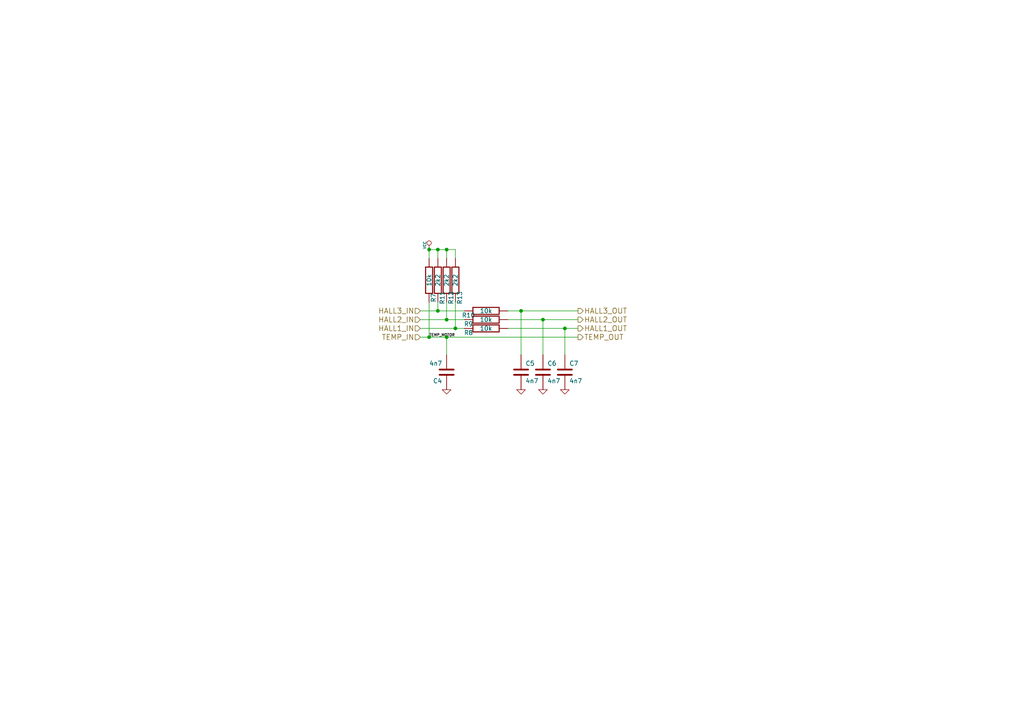
<source format=kicad_sch>
(kicad_sch (version 20230121) (generator eeschema)
  (paper "A4")
  (title_block (title "BLDC Driver 4.11") (date "21 aug 2015") (rev "4.12") (company "Benjamin Vedder"))
  (lib_symbols
    (symbol "BLDC_4-rescue:C-RESCUE-BLDC_4" (pin_numbers hide) (pin_names (offset 0.254))
      (property "Reference" "C" (at 0 2.54 0))
      (property "Value" "C-RESCUE-BLDC_4" (at 0.1524 -2.159 0))
      (symbol "C-RESCUE-BLDC_4_0_1"
        (polyline (pts (xy -2.032 -0.762) (xy 2.032 -0.762)) (stroke (width 0.508)))
        (polyline (pts (xy -2.032 0.762) (xy 2.032 0.762)) (stroke (width 0.508)))
      )
      (symbol "C-RESCUE-BLDC_4_1_1"
        (pin passive line (at 0 5.08 270) (length 4.318) (name "~") (number "1"))
        (pin passive line (at 0 -5.08 90) (length 4.318) (name "~") (number "2"))
      )
    )
    (symbol "BLDC_4-rescue:GND-RESCUE-BLDC_4" (power) (pin_names (offset 0))
      (symbol "GND-RESCUE-BLDC_4_0_1"
        (polyline (pts (xy -1.27 0) (xy 0 -1.27) (xy 1.27 0) (xy -1.27 0)))
      )
      (symbol "GND-RESCUE-BLDC_4_1_1"
        (pin power_in line (at 0 0 90) (length 0) hide (name "GND") (number "1"))
      )
    )
    (symbol "BLDC_4-rescue:R-RESCUE-BLDC_4" (pin_numbers hide) (pin_names (offset 0))
      (property "Reference" "R" (at 2.032 0 90))
      (property "Value" "R-RESCUE-BLDC_4" (at 0.1778 0.0254 90))
      (symbol "R-RESCUE-BLDC_4_0_1"
        (rectangle (start -1.016 3.81) (end 1.016 -3.81) (stroke (width 0.3048)))
      )
      (symbol "R-RESCUE-BLDC_4_1_1"
        (pin passive line (at 0 6.35 270) (length 2.54) (name "~") (number "1"))
        (pin passive line (at 0 -6.35 90) (length 2.54) (name "~") (number "2"))
      )
    )
    (symbol "BLDC_4-rescue:VCC" (power) (pin_names (offset 0))
      (property "Value" "VCC" (at 0 3.81 0))
      (symbol "VCC_0_1"
        (polyline (pts (xy 0 0) (xy 0 1.27)))
        (circle (center 0 1.905) (radius 0.635))
      )
      (symbol "VCC_1_1"
        (pin power_in line (at 0 0 90) (length 0) hide (name "VCC") (number "1"))
      )
    )
  )
  (junction (at 124.46 72.39))
  (junction (at 129.54 92.71))
  (junction (at 129.54 97.79))
  (junction (at 124.46 97.79))
  (junction (at 127 72.39))
  (junction (at 163.83 95.25))
  (junction (at 129.54 72.39))
  (junction (at 157.48 92.71))
  (junction (at 132.08 95.25))
  (junction (at 151.13 90.17))
  (junction (at 127 90.17))
  (wire (pts (xy 127 74.93) (xy 127 72.39)))
  (wire (pts (xy 121.92 92.71) (xy 129.54 92.71)))
  (wire (pts (xy 151.13 90.17) (xy 151.13 102.87)))
  (wire (pts (xy 129.54 87.63) (xy 129.54 92.71)))
  (wire (pts (xy 147.32 92.71) (xy 157.48 92.71)))
  (wire (pts (xy 147.32 95.25) (xy 163.83 95.25)))
  (wire (pts (xy 124.46 72.39) (xy 127 72.39)))
  (wire (pts (xy 132.08 72.39) (xy 132.08 74.93)))
  (wire (pts (xy 127 90.17) (xy 134.62 90.17)))
  (wire (pts (xy 147.32 90.17) (xy 151.13 90.17)))
  (wire (pts (xy 124.46 97.79) (xy 129.54 97.79)))
  (wire (pts (xy 151.13 90.17) (xy 167.64 90.17)))
  (wire (pts (xy 132.08 95.25) (xy 134.62 95.25)))
  (wire (pts (xy 124.46 72.39) (xy 124.46 74.93)))
  (wire (pts (xy 129.54 72.39) (xy 129.54 74.93)))
  (wire (pts (xy 127 87.63) (xy 127 90.17)))
  (wire (pts (xy 121.92 97.79) (xy 124.46 97.79)))
  (wire (pts (xy 163.83 95.25) (xy 163.83 102.87)))
  (wire (pts (xy 121.92 95.25) (xy 132.08 95.25)))
  (wire (pts (xy 129.54 92.71) (xy 134.62 92.71)))
  (wire (pts (xy 121.92 90.17) (xy 127 90.17)))
  (wire (pts (xy 132.08 87.63) (xy 132.08 95.25)))
  (wire (pts (xy 127 72.39) (xy 129.54 72.39)))
  (wire (pts (xy 157.48 92.71) (xy 157.48 102.87)))
  (wire (pts (xy 157.48 92.71) (xy 167.64 92.71)))
  (wire (pts (xy 129.54 97.79) (xy 167.64 97.79)))
  (wire (pts (xy 163.83 95.25) (xy 167.64 95.25)))
  (wire (pts (xy 129.54 97.79) (xy 129.54 102.87)))
  (wire (pts (xy 124.46 87.63) (xy 124.46 97.79)))
  (wire (pts (xy 129.54 72.39) (xy 132.08 72.39)))
  (label "TEMP_MOTOR" (at 124.46 97.79 0) (effects (font (size 0.762 0.762))))
  (hierarchical_label "HALL3_IN" (shape input) (at 121.92 90.17 180) (effects (font (size 1.524 1.524))))
  (hierarchical_label "HALL2_OUT" (shape output) (at 167.64 92.71 0) (effects (font (size 1.524 1.524))))
  (hierarchical_label "HALL2_IN" (shape input) (at 121.92 92.71 180) (effects (font (size 1.524 1.524))))
  (hierarchical_label "HALL1_OUT" (shape output) (at 167.64 95.25 0) (effects (font (size 1.524 1.524))))
  (hierarchical_label "HALL1_IN" (shape input) (at 121.92 95.25 180) (effects (font (size 1.524 1.524))))
  (hierarchical_label "TEMP_IN" (shape input) (at 121.92 97.79 180) (effects (font (size 1.524 1.524))))
  (hierarchical_label "TEMP_OUT" (shape output) (at 167.64 97.79 0) (effects (font (size 1.524 1.524))))
  (hierarchical_label "HALL3_OUT" (shape output) (at 167.64 90.17 0) (effects (font (size 1.524 1.524))))
  (symbol (lib_id "BLDC_4-rescue:R-RESCUE-BLDC_4") (at 124.46 81.28 180) (unit 1)
    (property "Reference" "R7" (at 125.73 86.36 90))
    (property "Value" "10k" (at 124.46 81.28 90))
    (property "Footprint" "CRF1:SMD-0603_r" (effects hide))
  )
  (symbol (lib_id "BLDC_4-rescue:R-RESCUE-BLDC_4") (at 140.97 95.25 90) (unit 1)
    (property "Reference" "R8" (at 135.89 96.52 90))
    (property "Value" "10k" (at 140.97 95.25 90))
    (property "Footprint" "CRF1:SMD-0603_r" (effects hide))
  )
  (symbol (lib_id "BLDC_4-rescue:R-RESCUE-BLDC_4") (at 140.97 92.71 90) (unit 1)
    (property "Reference" "R9" (at 135.89 93.98 90))
    (property "Value" "10k" (at 140.97 92.71 90))
    (property "Footprint" "CRF1:SMD-0603_r" (effects hide))
  )
  (symbol (lib_id "BLDC_4-rescue:R-RESCUE-BLDC_4") (at 140.97 90.17 90) (unit 1)
    (property "Reference" "R10" (at 135.89 91.44 90))
    (property "Value" "10k" (at 140.97 90.17 90))
    (property "Footprint" "CRF1:SMD-0603_r" (effects hide))
  )
  (symbol (lib_id "BLDC_4-rescue:C-RESCUE-BLDC_4") (at 151.13 107.95 0) (unit 1)
    (property "Reference" "C5" (at 152.4 105.41 0) (effects (justify left)))
    (property "Value" "4n7" (at 152.4 110.49 0) (effects (justify left)))
    (property "Footprint" "CRF1:SMD-0603_c" (effects hide))
  )
  (symbol (lib_id "BLDC_4-rescue:C-RESCUE-BLDC_4") (at 157.48 107.95 0) (unit 1)
    (property "Reference" "C6" (at 158.75 105.41 0) (effects (justify left)))
    (property "Value" "4n7" (at 158.75 110.49 0) (effects (justify left)))
    (property "Footprint" "CRF1:SMD-0603_c" (effects hide))
  )
  (symbol (lib_id "BLDC_4-rescue:C-RESCUE-BLDC_4") (at 163.83 107.95 0) (unit 1)
    (property "Reference" "C7" (at 165.1 105.41 0) (effects (justify left)))
    (property "Value" "4n7" (at 165.1 110.49 0) (effects (justify left)))
    (property "Footprint" "CRF1:SMD-0603_c" (effects hide))
  )
  (symbol (lib_id "BLDC_4-rescue:GND-RESCUE-BLDC_4") (at 151.13 113.03 0) (unit 1)
    (property "Reference" "#PWR030" (effects hide))
    (property "Value" "GND" (effects hide))
  )
  (symbol (lib_id "BLDC_4-rescue:R-RESCUE-BLDC_4") (at 127 81.28 180) (unit 1)
    (property "Reference" "R11" (at 128.27 86.36 90))
    (property "Value" "2k2" (at 127 81.28 90))
    (property "Footprint" "CRF1:SMD-0603_r" (effects hide))
  )
  (symbol (lib_id "BLDC_4-rescue:R-RESCUE-BLDC_4") (at 129.54 81.28 180) (unit 1)
    (property "Reference" "R12" (at 130.81 86.36 90))
    (property "Value" "2k2" (at 129.54 81.28 90))
    (property "Footprint" "CRF1:SMD-0603_r" (effects hide))
  )
  (symbol (lib_id "BLDC_4-rescue:R-RESCUE-BLDC_4") (at 132.08 81.28 180) (unit 1)
    (property "Reference" "R13" (at 133.35 86.36 90))
    (property "Value" "2k2" (at 132.08 81.28 90))
    (property "Footprint" "CRF1:SMD-0603_r" (effects hide))
  )
  (symbol (lib_id "BLDC_4-rescue:C-RESCUE-BLDC_4") (at 129.54 107.95 180) (unit 1)
    (property "Reference" "C4" (at 128.27 110.49 0) (effects (justify left)))
    (property "Value" "4n7" (at 128.27 105.41 0) (effects (justify left)))
    (property "Footprint" "CRF1:SMD-0603_c" (effects hide))
  )
  (symbol (lib_id "BLDC_4-rescue:GND-RESCUE-BLDC_4") (at 129.54 113.03 0) (unit 1)
    (property "Reference" "#PWR031" (effects hide))
    (property "Value" "GND" (effects hide))
  )
  (symbol (lib_id "BLDC_4-rescue:VCC") (at 124.46 72.39 0) (unit 1)
    (property "Reference" "#PWR032" (effects hide))
    (property "Value" "VCC" (at 123.19 71.12 90) (effects (font (size 0.762 0.762))))
  )
  (symbol (lib_id "BLDC_4-rescue:GND-RESCUE-BLDC_4") (at 157.48 113.03 0) (unit 1)
    (property "Reference" "#PWR033" (effects hide))
    (property "Value" "GND" (effects hide))
  )
  (symbol (lib_id "BLDC_4-rescue:GND-RESCUE-BLDC_4") (at 163.83 113.03 0) (unit 1)
    (property "Reference" "#PWR034" (effects hide))
    (property "Value" "GND" (effects hide))
  )
)
</source>
